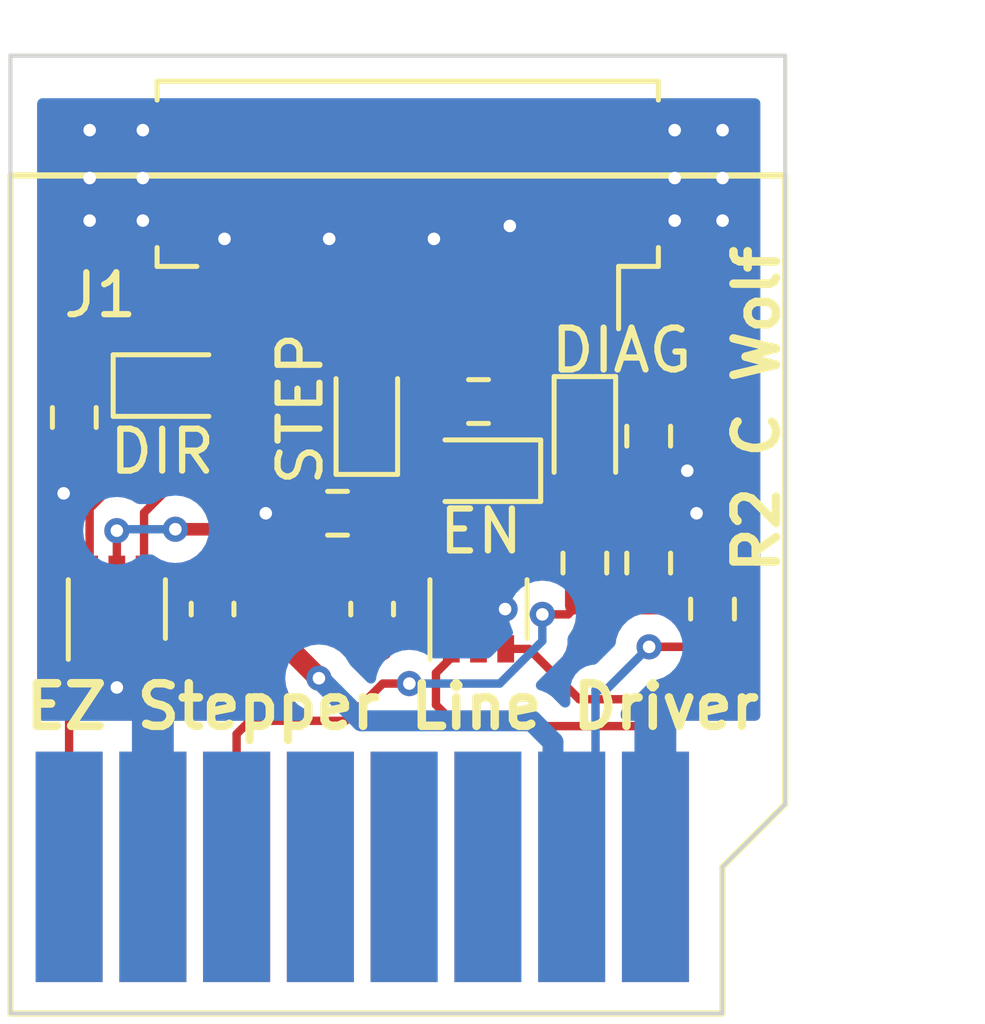
<source format=kicad_pcb>
(kicad_pcb (version 20240108) (generator "pcbnew") (generator_version "8.0")
  (layers (0 "F.Cu" signal) (31 "B.Cu" signal) (34 "B.Paste" user) (35 "F.Paste" user) (36 "B.SilkS" user "B.Silkscreen") (37 "F.SilkS" user "F.Silkscreen") (38 "B.Mask" user) (39 "F.Mask" user) (44 "Edge.Cuts" user))
  (net 0 "")
  (net 1 "+5V")
  (net 2 "GND")
  (net 3 "/B-STEP")
  (net 4 "/B-DIR")
  (net 5 "Net-(D1-K)")
  (net 6 "Net-(D2-K)")
  (net 7 "/5VDIAG")
  (net 8 "/B-DIAG")
  (net 9 "/B-ENABLE")
  (net 10 "/DIAG")
  (net 15 "/DIR")
  (net 21 "Net-(D3-K)")
  (net 22 "/STEP")
  (net 23 "Net-(D4-K)")
  (net 24 "/\\ENABLE")
  (footprint "custom:EZ_Stepper_Edge_Connector" (layer "F.Cu") (at 30.48 -121.285)
    (property "Reference" "U1" (hide yes))
    (property "Value" "EZ Driver Interface")
    (fp_line (start 0 -20) (end 0 0) (stroke (width 0.15)) (layer "F.SilkS"))
    (fp_line (start 0 0) (end 17 0) (stroke (width 0.15)) (layer "F.SilkS"))
    (fp_line (start 17 0) (end 17 -3.5) (stroke (width 0.15)) (layer "F.SilkS"))
    (fp_line (start 18.5 -20) (end 0 -20) (stroke (width 0.15)) (layer "F.SilkS"))
    (fp_line (start 18.5 -5) (end 17 -3.5) (stroke (width 0.15)) (layer "F.SilkS"))
    (fp_line (start 18.5 -5) (end 18.5 -20) (stroke (width 0.15)) (layer "F.SilkS"))
    (pad "1" smd rect (at 1.4 -3.5) (size 1.6 5.5) (layers "F.Cu" "F.Paste" "F.Mask") (net 15 "/DIR"))
    (pad "2" smd rect (at 3.4 -3.5) (size 1.6 5.5) (layers "F.Cu" "F.Paste" "F.Mask") (net 22 "/STEP"))
    (pad "3" smd rect (at 5.4 -3.5) (size 1.6 5.5) (layers "F.Cu" "F.Paste" "F.Mask") (net 10 "/DIAG"))
    (pad "4" smd rect (at 7.4 -3.5) (size 1.6 5.5) (layers "F.Cu" "F.Paste" "F.Mask"))
    (pad "5" smd rect (at 9.4 -3.5) (size 1.6 5.5) (layers "F.Cu" "F.Paste" "F.Mask"))
    (pad "6" smd rect (at 11.4 -3.5) (size 1.6 5.5) (layers "F.Cu" "F.Paste" "F.Mask"))
    (pad "7" smd rect (at 13.4 -3.5) (size 1.6 5.5) (layers "F.Cu" "F.Paste" "F.Mask"))
    (pad "8" smd rect (at 15.4 -3.5) (size 1.6 5.5) (layers "F.Cu" "F.Paste" "F.Mask") (net 24 "/\\ENABLE"))
    (pad "9" smd rect (at 15.4 -3.5) (size 1.6 5.5) (layers "B.Cu" "B.Paste" "B.Mask") (net 2 "GND"))
    (pad "10" smd rect (at 13.4 -3.5) (size 1.6 5.5) (layers "B.Cu" "B.Paste" "B.Mask") (net 1 "+5V"))
    (pad "11" smd rect (at 11.4 -3.5) (size 1.6 5.5) (layers "B.Cu" "B.Paste" "B.Mask"))
    (pad "12" smd rect (at 9.4 -3.5) (size 1.6 5.5) (layers "B.Cu" "B.Paste" "B.Mask"))
    (pad "13" smd rect (at 7.4 -3.5) (size 1.6 5.5) (layers "B.Cu" "B.Paste" "B.Mask"))
    (pad "14" smd rect (at 5.4 -3.5) (size 1.6 5.5) (layers "B.Cu" "B.Paste" "B.Mask"))
    (pad "15" smd rect (at 3.4 -3.5) (size 1.6 5.5) (layers "B.Cu" "B.Paste" "B.Mask") (net 2 "GND"))
    (pad "16" smd rect (at 1.4 -3.5) (size 1.6 5.5) (layers "B.Cu" "B.Paste" "B.Mask"))
  )
  (footprint "Resistor_SMD:R_0603_1608Metric" (layer "F.Cu") (at 41.656 -135.89)
    (property "Reference" "R3" (hide yes))
    (property "Value" "R")
    (fp_line (start 0.237258 -0.5225) (end -0.237258 -0.5225) (stroke (width 0.12)) (layer "F.SilkS"))
    (fp_line (start 0.237258 0.5225) (end -0.237258 0.5225) (stroke (width 0.12)) (layer "F.SilkS"))
    (pad "1" smd roundrect (at -0.825 0) (size 0.8 0.95) (layers "F.Cu" "F.Paste" "F.Mask") (net 9 "/B-ENABLE"))
    (pad "2" smd roundrect (at 0.825 0) (size 0.8 0.95) (layers "F.Cu" "F.Paste" "F.Mask") (net 5 "Net-(D1-K)"))
  )
  (footprint "Capacitor_SMD:C_0603_1608Metric" (layer "F.Cu") (at 35.306 -130.937 -90)
    (property "Reference" "C1" (hide yes))
    (property "Value" "C")
    (fp_line (start -0.14058 0.51) (end 0.14058 0.51) (stroke (width 0.12)) (layer "F.SilkS"))
    (fp_line (start -0.14058 -0.51) (end 0.14058 -0.51) (stroke (width 0.12)) (layer "F.SilkS"))
    (pad "1" smd roundrect (at -0.775 0 270) (size 0.9 0.95) (layers "F.Cu" "F.Paste" "F.Mask") (net 1 "+5V"))
    (pad "2" smd roundrect (at 0.775 0 270) (size 0.9 0.95) (layers "F.Cu" "F.Paste" "F.Mask") (net 2 "GND"))
  )
  (footprint "Package_TO_SOT_SMD:SOT-363_SC-70-6" (layer "F.Cu") (at 33.02 -130.937 90)
    (property "Reference" "U2" (hide yes))
    (property "Value" "74LVC2G17")
    (fp_line (start 0.7 -1.16) (end -1.2 -1.16) (stroke (width 0.12)) (layer "F.SilkS"))
    (fp_line (start -0.7 1.16) (end 0.7 1.16) (stroke (width 0.12)) (layer "F.SilkS"))
    (pad "1" smd rect (at -0.95 -0.65 90) (size 0.65 0.4) (layers "F.Cu" "F.Paste" "F.Mask") (net 15 "/DIR"))
    (pad "2" smd rect (at -0.95 0 90) (size 0.65 0.4) (layers "F.Cu" "F.Paste" "F.Mask") (net 2 "GND"))
    (pad "3" smd rect (at -0.95 0.65 90) (size 0.65 0.4) (layers "F.Cu" "F.Paste" "F.Mask") (net 22 "/STEP"))
    (pad "4" smd rect (at 0.95 0.65 90) (size 0.65 0.4) (layers "F.Cu" "F.Paste" "F.Mask") (net 3 "/B-STEP"))
    (pad "5" smd rect (at 0.95 0 90) (size 0.65 0.4) (layers "F.Cu" "F.Paste" "F.Mask") (net 1 "+5V"))
    (pad "6" smd rect (at 0.95 -0.65 90) (size 0.65 0.4) (layers "F.Cu" "F.Paste" "F.Mask") (net 4 "/B-DIR"))
  )
  (footprint "Resistor_SMD:R_0603_1608Metric" (layer "F.Cu") (at 45.72 -132.035 -90)
    (property "Reference" "R2" (hide yes))
    (property "Value" "2.2K")
    (fp_line (start -0.237258 0.5225) (end 0.237258 0.5225) (stroke (width 0.12)) (layer "F.SilkS"))
    (fp_line (start -0.237258 -0.5225) (end 0.237258 -0.5225) (stroke (width 0.12)) (layer "F.SilkS"))
    (pad "1" smd roundrect (at -0.825 0 270) (size 0.8 0.95) (layers "F.Cu" "F.Paste" "F.Mask") (net 2 "GND"))
    (pad "2" smd roundrect (at 0.825 0 270) (size 0.8 0.95) (layers "F.Cu" "F.Paste" "F.Mask") (net 10 "/DIAG"))
  )
  (footprint "Resistor_SMD:R_0603_1608Metric" (layer "F.Cu") (at 44.196 -132.035 90)
    (property "Reference" "R1" (hide yes))
    (property "Value" "1K")
    (fp_line (start -0.237258 -0.5225) (end 0.237258 -0.5225) (stroke (width 0.12)) (layer "F.SilkS"))
    (fp_line (start -0.237258 0.5225) (end 0.237258 0.5225) (stroke (width 0.12)) (layer "F.SilkS"))
    (pad "1" smd roundrect (at -0.825 0 90) (size 0.8 0.95) (layers "F.Cu" "F.Paste" "F.Mask") (net 10 "/DIAG"))
    (pad "2" smd roundrect (at 0.825 0 90) (size 0.8 0.95) (layers "F.Cu" "F.Paste" "F.Mask") (net 7 "/5VDIAG"))
  )
  (footprint "LED_SMD:LED_0603_1608Metric" (layer "F.Cu") (at 34.417 -136.271)
    (property "Reference" "D3" (hide yes))
    (property "Value" "LED")
    (fp_line (start -1.485 -0.735) (end 0.8 -0.735) (stroke (width 0.12)) (layer "F.SilkS"))
    (fp_line (start -1.485 0.735) (end -1.485 -0.735) (stroke (width 0.12)) (layer "F.SilkS"))
    (fp_line (start 0.8 0.735) (end -1.485 0.735) (stroke (width 0.12)) (layer "F.SilkS"))
    (pad "1" smd roundrect (at -0.7875 0) (size 0.875 0.95) (layers "F.Cu" "F.Paste" "F.Mask") (net 21 "Net-(D3-K)"))
    (pad "2" smd roundrect (at 0.7875 0) (size 0.875 0.95) (layers "F.Cu" "F.Paste" "F.Mask") (net 4 "/B-DIR"))
  )
  (footprint "LED_SMD:LED_0603_1608Metric" (layer "F.Cu") (at 44.196 -135.001 -90)
    (property "Reference" "D4" (hide yes))
    (property "Value" "LED")
    (fp_line (start -1.485 0.735) (end -1.485 -0.735) (stroke (width 0.12)) (layer "F.SilkS"))
    (fp_line (start 0.8 0.735) (end -1.485 0.735) (stroke (width 0.12)) (layer "F.SilkS"))
    (fp_line (start -1.485 -0.735) (end 0.8 -0.735) (stroke (width 0.12)) (layer "F.SilkS"))
    (pad "1" smd roundrect (at -0.7875 0 270) (size 0.875 0.95) (layers "F.Cu" "F.Paste" "F.Mask") (net 23 "Net-(D4-K)"))
    (pad "2" smd roundrect (at 0.7875 0 270) (size 0.875 0.95) (layers "F.Cu" "F.Paste" "F.Mask") (net 7 "/5VDIAG"))
  )
  (footprint "LED_SMD:LED_0603_1608Metric" (layer "F.Cu") (at 41.656 -134.239 180)
    (property "Reference" "D1" (hide yes))
    (property "Value" "LED")
    (fp_line (start 0.8 0.735) (end -1.485 0.735) (stroke (width 0.12)) (layer "F.SilkS"))
    (fp_line (start -1.485 0.735) (end -1.485 -0.735) (stroke (width 0.12)) (layer "F.SilkS"))
    (fp_line (start -1.485 -0.735) (end 0.8 -0.735) (stroke (width 0.12)) (layer "F.SilkS"))
    (pad "1" smd roundrect (at -0.7875 0 180) (size 0.875 0.95) (layers "F.Cu" "F.Paste" "F.Mask") (net 5 "Net-(D1-K)"))
    (pad "2" smd roundrect (at 0.7875 0 180) (size 0.875 0.95) (layers "F.Cu" "F.Paste" "F.Mask") (net 1 "+5V"))
  )
  (footprint "Package_TO_SOT_SMD:SOT-363_SC-70-6" (layer "F.Cu") (at 41.656 -130.937 90)
    (property "Reference" "U3" (hide yes))
    (property "Value" "74LVC2G17")
    (fp_line (start 0.7 -1.16) (end -1.2 -1.16) (stroke (width 0.12)) (layer "F.SilkS"))
    (fp_line (start -0.7 1.16) (end 0.7 1.16) (stroke (width 0.12)) (layer "F.SilkS"))
    (pad "1" smd rect (at -0.95 -0.65 90) (size 0.65 0.4) (layers "F.Cu" "F.Paste" "F.Mask") (net 24 "/\\ENABLE"))
    (pad "2" smd rect (at -0.95 0 90) (size 0.65 0.4) (layers "F.Cu" "F.Paste" "F.Mask") (net 2 "GND"))
    (pad "3" smd rect (at -0.95 0.65 90) (size 0.65 0.4) (layers "F.Cu" "F.Paste" "F.Mask") (net 8 "/B-DIAG"))
    (pad "4" smd rect (at 0.95 0.65 90) (size 0.65 0.4) (layers "F.Cu" "F.Paste" "F.Mask") (net 7 "/5VDIAG"))
    (pad "5" smd rect (at 0.95 0 90) (size 0.65 0.4) (layers "F.Cu" "F.Paste" "F.Mask") (net 1 "+5V"))
    (pad "6" smd rect (at 0.95 -0.65 90) (size 0.65 0.4) (layers "F.Cu" "F.Paste" "F.Mask") (net 9 "/B-ENABLE"))
  )
  (footprint "Resistor_SMD:R_0603_1608Metric" (layer "F.Cu") (at 45.72 -135.064 90)
    (property "Reference" "R6" (hide yes))
    (property "Value" "R")
    (fp_line (start 0.237258 -0.5225) (end -0.237258 -0.5225) (stroke (width 0.12)) (layer "F.SilkS"))
    (fp_line (start 0.237258 0.5225) (end -0.237258 0.5225) (stroke (width 0.12)) (layer "F.SilkS"))
    (pad "1" smd roundrect (at -0.825 0 90) (size 0.8 0.95) (layers "F.Cu" "F.Paste" "F.Mask") (net 2 "GND"))
    (pad "2" smd roundrect (at 0.825 0 90) (size 0.8 0.95) (layers "F.Cu" "F.Paste" "F.Mask") (net 23 "Net-(D4-K)"))
  )
  (footprint "Resistor_SMD:R_0603_1608Metric" (layer "F.Cu") (at 38.29 -133.224)
    (property "Reference" "R4" (hide yes))
    (property "Value" "R")
    (fp_line (start 0.237258 -0.5225) (end -0.237258 -0.5225) (stroke (width 0.12)) (layer "F.SilkS"))
    (fp_line (start 0.237258 0.5225) (end -0.237258 0.5225) (stroke (width 0.12)) (layer "F.SilkS"))
    (pad "1" smd roundrect (at -0.825 0) (size 0.8 0.95) (layers "F.Cu" "F.Paste" "F.Mask") (net 2 "GND"))
    (pad "2" smd roundrect (at 0.825 0) (size 0.8 0.95) (layers "F.Cu" "F.Paste" "F.Mask") (net 6 "Net-(D2-K)"))
  )
  (footprint "Connector_Molex:Molex_PicoBlade_53261-0871_1x08-1MP_P1.25mm_Horizontal" (layer "F.Cu") (at 39.966 -140.825 180)
    (property "Reference" "J1" (at 7.341 -2.395 0) (layer "F.SilkS"))
    (property "Value" "Conn_02x04_Odd_Even")
    (fp_line (start 5.985 2.71) (end 5.985 2.26) (stroke (width 0.12)) (layer "F.SilkS"))
    (fp_line (start 5.985 -1.26) (end 5.985 -1.71) (stroke (width 0.12)) (layer "F.SilkS"))
    (fp_line (start 5.985 -1.71) (end 5.035 -1.71) (stroke (width 0.12)) (layer "F.SilkS"))
    (fp_line (start -5.035 -1.71) (end -5.035 -3.2) (stroke (width 0.12)) (layer "F.SilkS"))
    (fp_line (start -5.985 2.71) (end 5.985 2.71) (stroke (width 0.12)) (layer "F.SilkS"))
    (fp_line (start -5.985 2.26) (end -5.985 2.71) (stroke (width 0.12)) (layer "F.SilkS"))
    (fp_line (start -5.985 -1.26) (end -5.985 -1.71) (stroke (width 0.12)) (layer "F.SilkS"))
    (fp_line (start -5.985 -1.71) (end -5.035 -1.71) (stroke (width 0.12)) (layer "F.SilkS"))
    (pad "1" smd roundrect (at -4.375 -2.4 180) (size 0.8 1.6) (layers "F.Cu" "F.Paste" "F.Mask") (net 8 "/B-DIAG"))
    (pad "2" smd roundrect (at -3.125 -2.4 180) (size 0.8 1.6) (layers "F.Cu" "F.Paste" "F.Mask") (net 2 "GND"))
    (pad "3" smd roundrect (at -1.875 -2.4 180) (size 0.8 1.6) (layers "F.Cu" "F.Paste" "F.Mask") (net 9 "/B-ENABLE"))
    (pad "4" smd roundrect (at -0.625 -2.4 180) (size 0.8 1.6) (layers "F.Cu" "F.Paste" "F.Mask") (net 2 "GND"))
    (pad "5" smd roundrect (at 0.625 -2.4 180) (size 0.8 1.6) (layers "F.Cu" "F.Paste" "F.Mask") (net 3 "/B-STEP"))
    (pad "6" smd roundrect (at 1.875 -2.4 180) (size 0.8 1.6) (layers "F.Cu" "F.Paste" "F.Mask") (net 2 "GND"))
    (pad "7" smd roundrect (at 3.125 -2.4 180) (size 0.8 1.6) (layers "F.Cu" "F.Paste" "F.Mask") (net 4 "/B-DIR"))
    (pad "8" smd roundrect (at 4.375 -2.4 180) (size 0.8 1.6) (layers "F.Cu" "F.Paste" "F.Mask") (net 2 "GND"))
    (pad "MP" smd roundrect (at -6.925 0.5 180) (size 2.1 3) (layers "F.Cu" "F.Paste" "F.Mask") (roundrect_rratio 0.1190480952) (net 2 "GND"))
    (pad "MP" smd roundrect (at 6.925 0.5 180) (size 2.1 3) (layers "F.Cu" "F.Paste" "F.Mask") (roundrect_rratio 0.1190480952) (net 2 "GND"))
  )
  (footprint "Resistor_SMD:R_0603_1608Metric" (layer "F.Cu") (at 47.244 -130.937 -90)
    (property "Reference" "R7" (hide yes))
    (property "Value" "2.2K")
    (fp_line (start -0.237258 0.5225) (end 0.237258 0.5225) (stroke (width 0.12)) (layer "F.SilkS"))
    (fp_line (start -0.237258 -0.5225) (end 0.237258 -0.5225) (stroke (width 0.12)) (layer "F.SilkS"))
    (pad "1" smd roundrect (at -0.825 0 270) (size 0.8 0.95) (layers "F.Cu" "F.Paste" "F.Mask") (net 8 "/B-DIAG"))
    (pad "2" smd roundrect (at 0.825 0 270) (size 0.8 0.95) (layers "F.Cu" "F.Paste" "F.Mask") (net 1 "+5V"))
  )
  (footprint "LED_SMD:LED_0603_1608Metric" (layer "F.Cu") (at 38.989 -135.636 90)
    (property "Reference" "D2" (hide yes))
    (property "Value" "LED")
    (fp_line (start -1.485 -0.735) (end 0.8 -0.735) (stroke (width 0.12)) (layer "F.SilkS"))
    (fp_line (start 0.8 0.735) (end -1.485 0.735) (stroke (width 0.12)) (layer "F.SilkS"))
    (fp_line (start -1.485 0.735) (end -1.485 -0.735) (stroke (width 0.12)) (layer "F.SilkS"))
    (pad "1" smd roundrect (at -0.7875 0 90) (size 0.875 0.95) (layers "F.Cu" "F.Paste" "F.Mask") (net 6 "Net-(D2-K)"))
    (pad "2" smd roundrect (at 0.7875 0 90) (size 0.875 0.95) (layers "F.Cu" "F.Paste" "F.Mask") (net 3 "/B-STEP"))
  )
  (footprint "Resistor_SMD:R_0603_1608Metric" (layer "F.Cu") (at 32.004 -135.509 90)
    (property "Reference" "R5" (hide yes))
    (property "Value" "R")
    (fp_line (start 0.237258 -0.5225) (end -0.237258 -0.5225) (stroke (width 0.12)) (layer "F.SilkS"))
    (fp_line (start 0.237258 0.5225) (end -0.237258 0.5225) (stroke (width 0.12)) (layer "F.SilkS"))
    (pad "1" smd roundrect (at -0.825 0 90) (size 0.8 0.95) (layers "F.Cu" "F.Paste" "F.Mask") (net 2 "GND"))
    (pad "2" smd roundrect (at 0.825 0 90) (size 0.8 0.95) (layers "F.Cu" "F.Paste" "F.Mask") (net 21 "Net-(D3-K)"))
  )
  (footprint "Capacitor_SMD:C_0603_1608Metric" (layer "F.Cu") (at 39.116 -130.937 -90)
    (property "Reference" "C2" (hide yes))
    (property "Value" "C")
    (fp_line (start -0.14058 0.51) (end 0.14058 0.51) (stroke (width 0.12)) (layer "F.SilkS"))
    (fp_line (start -0.14058 -0.51) (end 0.14058 -0.51) (stroke (width 0.12)) (layer "F.SilkS"))
    (pad "1" smd roundrect (at -0.775 0 270) (size 0.9 0.95) (layers "F.Cu" "F.Paste" "F.Mask") (net 1 "+5V"))
    (pad "2" smd roundrect (at 0.775 0 270) (size 0.9 0.95) (layers "F.Cu" "F.Paste" "F.Mask") (net 2 "GND"))
  )
  (gr_line (start 48.98 -144.145) (end 48.98 -126.285) (stroke (width 0.1)) (layer "Edge.Cuts"))
  (gr_line (start 47.48 -124.785) (end 47.48 -121.285) (stroke (width 0.1)) (layer "Edge.Cuts"))
  (gr_line (start 48.98 -126.285) (end 47.48 -124.785) (stroke (width 0.1)) (layer "Edge.Cuts"))
  (gr_line (start 30.48 -144.145) (end 48.98 -144.145) (stroke (width 0.1)) (layer "Edge.Cuts"))
  (gr_line (start 30.48 -121.285) (end 30.48 -144.145) (stroke (width 0.1)) (layer "Edge.Cuts"))
  (gr_line (start 47.48 -121.285) (end 30.48 -121.285) (stroke (width 0.1)) (layer "Edge.Cuts"))
  (gr_text "DIAG" (at 43.307 -136.525 0) (layer "F.SilkS") (effects (font (size 1 1)) (justify left bottom)))
  (gr_text "EZ Stepper Line Driver" (at 30.734 -128.016 0) (layer "F.SilkS") (effects (font (size 1.016 1.016) (thickness 0.2032) (bold yes)) (justify left bottom)))
  (gr_text "DIR" (at 32.766 -134.112 0) (layer "F.SilkS") (effects (font (size 1 1)) (justify left bottom)))
  (gr_text "R2 C Wolf" (at 48.895 -131.699 90) (layer "F.SilkS") (effects (font (size 1.016 1.016) (thickness 0.2032) (bold yes)) (justify left bottom)))
  (gr_text "EN" (at 40.64 -132.207 0) (layer "F.SilkS") (effects (font (size 1 1)) (justify left bottom)))
  (gr_text "STEP" (at 37.9875 -133.811742 90) (layer "F.SilkS") (effects (font (size 1 1)) (justify left bottom)))
  (segment (start 39.637 -131.191) (end 39.116 -131.712) (width 0.2) (layer "F.Cu") (net 1))
  (segment (start 37.846 -129.286) (end 36.944 -130.188) (width 0.5) (layer "F.Cu") (net 1))
  (segment (start 40.767 -131.191) (end 39.637 -131.191) (width 0.2) (layer "F.Cu") (net 1))
  (segment (start 33.274 -131.191) (end 34.785 -131.191) (width 0.2) (layer "F.Cu") (net 1))
  (segment (start 36.2585 -132.3975) (end 36.944 -131.712) (width 0.3) (layer "F.Cu") (net 1))
  (segment (start 33.02 -131.887) (end 33.02 -132.808) (width 0.2) (layer "F.Cu") (net 1))
  (segment (start 41.656 -131.445) (end 41.402 -131.191) (width 0.2) (layer "F.Cu") (net 1))
  (segment (start 41.656 -132.842) (end 41.656 -131.887) (width 0.2) (layer "F.Cu") (net 1))
  (segment (start 39.116 -131.712) (end 38.494 -131.712) (width 0.3) (layer "F.Cu") (net 1))
  (segment (start 40.8685 -134.239) (end 40.8685 -133.6295) (width 0.2) (layer "F.Cu") (net 1))
  (segment (start 35.814 -132.842) (end 36.2585 -132.3975) (width 0.3) (layer "F.Cu") (net 1))
  (segment (start 47.23 -130.46) (end 46.805 -130.035) (width 0.2) (layer "F.Cu") (net 1))
  (segment (start 33.02 -131.445) (end 33.274 -131.191) (width 0.2) (layer "F.Cu") (net 1))
  (segment (start 45.73 -130.035) (end 47.167 -130.035) (width 0.2) (layer "F.Cu") (net 1))
  (segment (start 41.656 -131.887) (end 41.656 -131.445) (width 0.2) (layer "F.Cu") (net 1))
  (segment (start 39.694 -131.191) (end 39.961 -131.191) (width 0.2) (layer "F.Cu") (net 1))
  (segment (start 40.767 -131.191) (end 39.961 -131.191) (width 0.2) (layer "F.Cu") (net 1))
  (segment (start 46.805 -130.035) (end 45.73 -130.035) (width 0.2) (layer "F.Cu") (net 1))
  (segment (start 40.8685 -133.6295) (end 41.656 -132.842) (width 0.2) (layer "F.Cu") (net 1))
  (segment (start 41.402 -131.191) (end 40.767 -131.191) (width 0.2) (layer "F.Cu") (net 1))
  (segment (start 34.417 -132.842) (end 35.814 -132.842) (width 0.3) (layer "F.Cu") (net 1))
  (segment (start 33.02 -131.887) (end 33.02 -131.445) (width 0.2) (layer "F.Cu") (net 1))
  (segment (start 34.785 -131.191) (end 35.306 -131.712) (width 0.2) (layer "F.Cu") (net 1))
  (segment (start 36.944 -130.188) (end 36.944 -131.712) (width 0.5) (layer "F.Cu") (net 1))
  (segment (start 47.167 -130.035) (end 47.244 -130.112) (width 0.2) (layer "F.Cu") (net 1))
  (segment (start 36.944 -131.712) (end 39.116 -131.712) (width 0.3) (layer "F.Cu") (net 1))
  (via (at 34.417 -132.842) (size 0.6) (drill 0.3) (layers "F.Cu" "B.Cu") (net 1))
  (via (at 33.02 -132.808) (size 0.6) (drill 0.3) (layers "F.Cu" "B.Cu") (net 1))
  (via (at 37.846 -129.286) (size 0.6) (drill 0.3) (layers "F.Cu" "B.Cu") (net 1))
  (via (at 45.73 -130.035) (size 0.6) (drill 0.3) (layers "F.Cu" "B.Cu") (net 1))
  (segment (start 44.45 -129.0065) (end 44.7015 -129.0065) (width 0.2) (layer "B.Cu") (net 1))
  (segment (start 44.45 -125.355) (end 43.88 -124.785) (width 0.2) (layer "B.Cu") (net 1))
  (segment (start 42.926 -128.27) (end 38.862 -128.27) (width 0.5) (layer "B.Cu") (net 1))
  (segment (start 38.862 -128.27) (end 37.846 -129.286) (width 0.5) (layer "B.Cu") (net 1))
  (segment (start 43.434 -125.231) (end 43.434 -127.762) (width 0.5) (layer "B.Cu") (net 1))
  (segment (start 34.417 -132.842) (end 34.544 -132.842) (width 0.2) (layer "B.Cu") (net 1))
  (segment (start 34.417 -132.842) (end 33.054 -132.842) (width 0.2) (layer "B.Cu") (net 1))
  (segment (start 44.7015 -129.0065) (end 45.73 -130.035) (width 0.2) (layer "B.Cu") (net 1))
  (segment (start 43.88 -124.785) (end 43.434 -125.231) (width 0.2) (layer "B.Cu") (net 1))
  (segment (start 44.45 -129.0065) (end 44.45 -125.355) (width 0.2) (layer "B.Cu") (net 1))
  (segment (start 33.054 -132.842) (end 33.02 -132.808) (width 0.2) (layer "B.Cu") (net 1))
  (segment (start 43.434 -127.762) (end 42.926 -128.27) (width 0.5) (layer "B.Cu") (net 1))
  (segment (start 33.274 -130.683) (end 33.02 -130.429) (width 0.2) (layer "F.Cu") (net 2))
  (segment (start 41.5925 -130.0505) (end 41.5925 -130.4925) (width 0.2) (layer "F.Cu") (net 2))
  (segment (start 37.465 -133.224) (end 36.576 -133.223) (width 0.2) (layer "F.Cu") (net 2))
  (segment (start 41.148 -130.683) (end 40.752736 -130.683) (width 0.2) (layer "F.Cu") (net 2))
  (segment (start 41.656 -129.987) (end 41.7195 -130.0505) (width 0.2) (layer "F.Cu") (net 2))
  (segment (start 42.404 -140.081) (end 43.091 -139.394) (width 0.2) (layer "F.Cu") (net 2))
  (segment (start 41.5925 -130.4925) (end 41.402 -130.683) (width 0.2) (layer "F.Cu") (net 2))
  (segment (start 45.72 -134.239) (end 46.641 -134.239) (width 0.2) (layer "F.Cu") (net 2))
  (segment (start 41.656 -129.987) (end 41.5925 -130.0505) (width 0.2) (layer "F.Cu") (net 2))
  (segment (start 40.591 -138.425) (end 40.591 -139.772) (width 0.2) (layer "F.Cu") (net 2))
  (segment (start 35.591 -138.425) (end 35.591 -139.772) (width 0.2) (layer "F.Cu") (net 2))
  (segment (start 40.736 -130.683) (end 41.402 -130.683) (width 0.2) (layer "F.Cu") (net 2))
  (segment (start 41.275 -130.683) (end 39.751686 -130.683) (width 0.2) (layer "F.Cu") (net 2))
  (segment (start 39.230686 -130.162) (end 39.116 -130.162) (width 0.2) (layer "F.Cu") (net 2))
  (segment (start 33.02 -129.987) (end 33.02 -129.066) (width 0.2) (layer "F.Cu") (net 2))
  (segment (start 38.091 -138.425) (end 38.091 -139.772) (width 0.2) (layer "F.Cu") (net 2))
  (segment (start 41.275 -130.683) (end 41.402 -130.683) (width 0.2) (layer "F.Cu") (net 2))
  (segment (start 41.7195 -130.4925) (end 42.164 -130.937) (width 0.2) (layer "F.Cu") (net 2))
  (segment (start 31.75 -134.62) (end 31.75 -133.699) (width 0.2) (layer "F.Cu") (net 2))
  (segment (start 33.02 -130.429) (end 33.02 -129.987) (width 0.2) (layer "F.Cu") (net 2))
  (segment (start 41.7195 -130.0505) (end 41.7195 -130.4925) (width 0.2) (layer "F.Cu") (net 2))
  (segment (start 45.72 -132.86) (end 46.863 -133.223) (width 0.2) (layer "F.Cu") (net 2))
  (segment (start 39.751686 -130.683) (end 39.230686 -130.162) (width 0.2) (layer "F.Cu") (net 2))
  (segment (start 34.785 -130.683) (end 33.274 -130.683) (width 0.2) (layer "F.Cu") (net 2))
  (segment (start 41.148 -130.683) (end 41.275 -130.683) (width 0.2) (layer "F.Cu") (net 2))
  (segment (start 42.164 -130.937) (end 42.291 -130.937) (width 0.2) (layer "F.Cu") (net 2))
  (segment (start 35.306 -130.162) (end 34.785 -130.683) (width 0.2) (layer "F.Cu") (net 2))
  (segment (start 43.091 -139.394) (end 43.091 -138.425) (width 0.2) (layer "F.Cu") (net 2))
  (via (at 46.341 -141.224) (size 0.6) (drill 0.3) (layers "F.Cu" "B.Cu") (net 2))
  (via (at 33.02 -129.066) (size 0.6) (drill 0.3) (layers "F.Cu" "B.Cu") (net 2))
  (via (at 38.091 -139.772) (size 0.6) (drill 0.3) (layers "F.Cu" "B.Cu") (net 2))
  (via (at 35.591 -139.772) (size 0.6) (drill 0.3) (layers "F.Cu" "B.Cu") (net 2))
  (via (at 46.341 -140.208) (size 0.6) (drill 0.3) (layers "F.Cu" "B.Cu") (net 2))
  (via (at 46.863 -133.223) (size 0.6) (drill 0.3) (layers "F.Cu" "B.Cu") (net 2))
  (via (at 32.371 -141.224) (size 0.6) (drill 0.3) (layers "F.Cu" "B.Cu") (net 2))
  (via (at 47.484 -140.208) (size 0.6) (drill 0.3) (layers "F.Cu" "B.Cu") (net 2))
  (via (at 46.341 -142.367) (size 0.6) (drill 0.3) (layers "F.Cu" "B.Cu") (net 2))
  (via (at 32.371 -142.367) (size 0.6) (drill 0.3) (layers "F.Cu" "B.Cu") (net 2))
  (via (at 42.404 -140.081) (size 0.6) (drill 0.3) (layers "F.Cu" "B.Cu") (net 2))
  (via (at 46.641 -134.239) (size 0.6) (drill 0.3) (layers "F.Cu" "B.Cu") (net 2))
  (via (at 47.484 -141.224) (size 0.6) (drill 0.3) (layers "F.Cu" "B.Cu") (net 2))
  (via (at 47.484 -142.367) (size 0.6) (drill 0.3) (layers "F.Cu" "B.Cu") (net 2))
  (via (at 31.75 -133.699) (size 0.6) (drill 0.3) (layers "F.Cu" "B.Cu") (net 2))
  (via (at 40.591 -139.772) (size 0.6) (drill 0.3) (layers "F.Cu" "B.Cu") (net 2))
  (via (at 36.576 -133.223) (size 0.6) (drill 0.3) (layers "F.Cu" "B.Cu") (net 2))
  (via (at 42.291 -130.937) (size 0.6) (drill 0.3) (layers "F.Cu" "B.Cu") (net 2))
  (via (at 33.641 -142.367) (size 0.6) (drill 0.3) (layers "F.Cu" "B.Cu") (net 2))
  (via (at 33.641 -141.224) (size 0.6) (drill 0.3) (layers "F.Cu" "B.Cu") (net 2))
  (via (at 32.371 -140.208) (size 0.6) (drill 0.3) (layers "F.Cu" "B.Cu") (net 2))
  (via (at 33.641 -140.208) (size 0.6) (drill 0.3) (layers "F.Cu" "B.Cu") (net 2))
  (segment (start 33.88 -124.785) (end 33.88 -129.13) (width 1) (layer "B.Cu") (net 2))
  (segment (start 45.88 -124.785) (end 45.88 -128.535) (width 1) (layer "B.Cu") (net 2))
  (segment (start 34.29 -133.858) (end 33.67 -133.238) (width 0.2) (layer "F.Cu") (net 3))
  (segment (start 38.2235 -136.0425) (end 36.9825 -136.0425) (width 0.2) (layer "F.Cu") (net 3))
  (segment (start 33.67 -133.238) (end 33.67 -131.887) (width 0.2) (layer "F.Cu") (net 3))
  (segment (start 36.3855 -135.4455) (end 36.3855 -134.6835) (width 0.2) (layer "F.Cu") (net 3))
  (segment (start 36.9825 -136.0425) (end 36.3855 -135.4455) (width 0.2) (layer "F.Cu") (net 3))
  (segment (start 39.341 -137.16) (end 38.2235 -136.0425) (width 0.2) (layer "F.Cu") (net 3))
  (segment (start 36.3855 -134.6835) (end 35.56 -133.858) (width 0.2) (layer "F.Cu") (net 3))
  (segment (start 35.56 -133.858) (end 34.29 -133.858) (width 0.2) (layer "F.Cu") (net 3))
  (segment (start 39.341 -138.425) (end 39.341 -137.16) (width 0.2) (layer "F.Cu") (net 3))
  (segment (start 36.841 -137.287) (end 35.825 -136.271) (width 0.2) (layer "F.Cu") (net 4))
  (segment (start 34.544 -134.493) (end 33.528 -134.493) (width 0.2) (layer "F.Cu") (net 4))
  (segment (start 35.825 -136.271) (end 35.2045 -136.271) (width 0.2) (layer "F.Cu") (net 4))
  (segment (start 35.2045 -136.271) (end 35.2045 -135.1535) (width 0.2) (layer "F.Cu") (net 4))
  (segment (start 32.37 -133.335) (end 32.37 -132.715) (width 0.2) (layer "F.Cu") (net 4))
  (segment (start 32.37 -131.887) (end 32.37 -132.715) (width 0.2) (layer "F.Cu") (net 4))
  (segment (start 33.528 -134.493) (end 32.37 -133.335) (width 0.2) (layer "F.Cu") (net 4))
  (segment (start 36.816 -138.45) (end 36.841 -138.425) (width 0.2) (layer "F.Cu") (net 4))
  (segment (start 36.841 -138.425) (end 36.841 -137.287) (width 0.2) (layer "F.Cu") (net 4))
  (segment (start 35.2045 -135.1535) (end 34.544 -134.493) (width 0.2) (layer "F.Cu") (net 4))
  (segment (start 42.481 -134.2765) (end 42.4435 -134.239) (width 0.2) (layer "F.Cu") (net 5))
  (segment (start 42.481 -135.89) (end 42.481 -134.2765) (width 0.2) (layer "F.Cu") (net 5))
  (segment (start 38.9635 -134.874) (end 38.989 -134.8485) (width 0.2) (layer "F.Cu") (net 6))
  (segment (start 38.989 -133.35) (end 39.115 -133.224) (width 0.2) (layer "F.Cu") (net 6))
  (segment (start 38.989 -134.8485) (end 38.989 -133.35) (width 0.2) (layer "F.Cu") (net 6))
  (segment (start 43.18 -131.953) (end 43.114 -131.887) (width 0.2) (layer "F.Cu") (net 7))
  (segment (start 43.751 -132.524) (end 43.18 -131.953) (width 0.2) (layer "F.Cu") (net 7))
  (segment (start 44.196 -132.86) (end 44.087 -132.86) (width 0.2) (layer "F.Cu") (net 7))
  (segment (start 42.306 -131.887) (end 43.114 -131.887) (width 0.2) (layer "F.Cu") (net 7))
  (segment (start 44.196 -134.2135) (end 44.196 -132.86) (width 0.2) (layer "F.Cu") (net 7))
  (segment (start 44.087 -132.86) (end 43.18 -131.953) (width 0.2) (layer "F.Cu") (net 7))
  (segment (start 44.062 -128.785) (end 47.48 -128.785) (width 0.2) (layer "F.Cu") (net 8))
  (segment (start 48.23 -129.535) (end 48.23 -130.175) (width 0.2) (layer "F.Cu") (net 8))
  (segment (start 48.006 -132.524) (end 47.244 -131.762) (width 0.2) (layer "F.Cu") (net 8))
  (segment (start 48.006 -133.223) (end 48.006 -132.524) (width 0.2) (layer "F.Cu") (net 8))
  (segment (start 45.965 -138.425) (end 44.341 -138.425) (width 0.2) (layer "F.Cu") (net 8))
  (segment (start 42.86 -129.987) (end 44.062 -128.785) (width 0.2) (layer "F.Cu") (net 8))
  (segment (start 42.306 -129.987) (end 42.86 -129.987) (width 0.2) (layer "F.Cu") (net 8))
  (segment (start 48.23 -130.776) (end 48.23 -130.175) (width 0.2) (layer "F.Cu") (net 8))
  (segment (start 47.48 -128.785) (end 48.23 -129.535) (width 0.2) (layer "F.Cu") (net 8))
  (segment (start 48.006 -136.384) (end 45.965 -138.425) (width 0.2) (layer "F.Cu") (net 8))
  (segment (start 48.006 -133.223) (end 48.006 -136.384) (width 0.2) (layer "F.Cu") (net 8))
  (segment (start 48.006 -132.886) (end 48.006 -133.223) (width 0.2) (layer "F.Cu") (net 8))
  (segment (start 47.244 -131.762) (end 48.23 -130.776) (width 0.2) (layer "F.Cu") (net 8))
  (segment (start 40.386 -136.906) (end 40.005 -136.525) (width 0.2) (layer "F.Cu") (net 9))
  (segment (start 40.831 -135.89) (end 40.005 -135.89) (width 0.2) (layer "F.Cu") (net 9))
  (segment (start 40.005 -136.525) (end 40.005 -135.89) (width 0.2) (layer "F.Cu") (net 9))
  (segment (start 40.005 -133.477) (end 41.006 -132.476) (width 0.2) (layer "F.Cu") (net 9))
  (segment (start 41.529 -136.906) (end 40.386 -136.906) (width 0.2) (layer "F.Cu") (net 9))
  (segment (start 41.841 -138.425) (end 41.841 -137.218) (width 0.2) (layer "F.Cu") (net 9))
  (segment (start 41.841 -137.218) (end 41.529 -136.906) (width 0.2) (layer "F.Cu") (net 9))
  (segment (start 41.006 -132.476) (end 41.006 -131.887) (width 0.2) (layer "F.Cu") (net 9))
  (segment (start 40.005 -135.89) (end 40.005 -133.477) (width 0.2) (layer "F.Cu") (net 9))
  (segment (start 44.196 -131.21) (end 45.72 -131.21) (width 0.2) (layer "F.Cu") (net 10))
  (segment (start 38.481 -128.27) (end 36.195 -128.27) (width 0.2) (layer "F.Cu") (net 10))
  (segment (start 40.005 -129.159) (end 39.37 -129.159) (width 0.2) (layer "F.Cu") (net 10))
  (segment (start 36.195 -128.27) (end 35.88 -127.955) (width 0.2) (layer "F.Cu") (net 10))
  (segment (start 43.796 -130.81) (end 44.196 -131.21) (width 0.2) (layer "F.Cu") (net 10))
  (segment (start 35.88 -127.955) (end 35.88 -124.785) (width 0.2) (layer "F.Cu") (net 10))
  (segment (start 43.18 -130.81) (end 43.796 -130.81) (width 0.2) (layer "F.Cu") (net 10))
  (segment (start 39.37 -129.159) (end 38.481 -128.27) (width 0.2) (layer "F.Cu") (net 10))
  (via (at 43.18 -130.81) (size 0.6) (drill 0.3) (layers "F.Cu" "B.Cu") (net 10))
  (via (at 40.005 -129.159) (size 0.6) (drill 0.3) (layers "F.Cu" "B.Cu") (net 10))
  (segment (start 43.18 -130.175) (end 43.18 -130.81) (width 0.2) (layer "B.Cu") (net 10))
  (segment (start 40.005 -129.159) (end 42.164 -129.159) (width 0.2) (layer "B.Cu") (net 10))
  (segment (start 42.164 -129.159) (end 43.18 -130.175) (width 0.2) (layer "B.Cu") (net 10))
  (segment (start 31.88 -128.527) (end 32.37 -129.017) (width 0.2) (layer "F.Cu") (net 15))
  (segment (start 32.37 -129.017) (end 32.37 -129.987) (width 0.2) (layer "F.Cu") (net 15))
  (segment (start 31.88 -124.785) (end 31.88 -128.527) (width 0.2) (layer "F.Cu") (net 15))
  (segment (start 33.6295 -136.271) (end 32.067 -136.271) (width 0.2) (layer "F.Cu") (net 21))
  (segment (start 32.067 -136.271) (end 32.004 -136.334) (width 0.2) (layer "F.Cu") (net 21))
  (segment (start 33.88 -129.315) (end 33.88 -124.785) (width 0.2) (layer "F.Cu") (net 22))
  (segment (start 33.67 -129.987) (end 33.67 -129.525) (width 0.2) (layer "F.Cu") (net 22))
  (segment (start 33.67 -129.525) (end 33.88 -129.315) (width 0.2) (layer "F.Cu") (net 22))
  (segment (start 44.2965 -135.889) (end 44.196 -135.7885) (width 0.2) (layer "F.Cu") (net 23))
  (segment (start 45.72 -135.889) (end 44.2965 -135.889) (width 0.2) (layer "F.Cu") (net 23))
  (segment (start 41.006 -129.779) (end 40.64 -129.413) (width 0.2) (layer "F.Cu") (net 24))
  (segment (start 45.72 -128.143) (end 45.847 -128.016) (width 0.2) (layer "F.Cu") (net 24))
  (segment (start 40.64 -129.413) (end 40.64 -128.651) (width 0.2) (layer "F.Cu") (net 24))
  (segment (start 45.88 -127.983) (end 45.88 -124.785) (width 0.2) (layer "F.Cu") (net 24))
  (segment (start 45.847 -128.016) (end 45.88 -127.983) (width 0.2) (layer "F.Cu") (net 24))
  (segment (start 40.64 -128.651) (end 41.148 -128.143) (width 0.2) (layer "F.Cu") (net 24))
  (segment (start 41.148 -128.143) (end 45.72 -128.143) (width 0.2) (layer "F.Cu") (net 24))
  (segment (start 41.006 -129.987) (end 41.006 -129.779) (width 0.2) (layer "F.Cu") (net 24))
  (zone (net 2) (net_name "GND") (layer "B.Cu") (connect_pads (clearance 0.5)) (min_thickness 0.25) (fill yes (thermal_gap 0.5) (thermal_bridge_width 0.5))
    (polygon (pts (xy 31.115 -143.129) (xy 31.115 -128.27) (xy 48.387 -128.27) (xy 48.387 -143.129)))
  )
)
</source>
